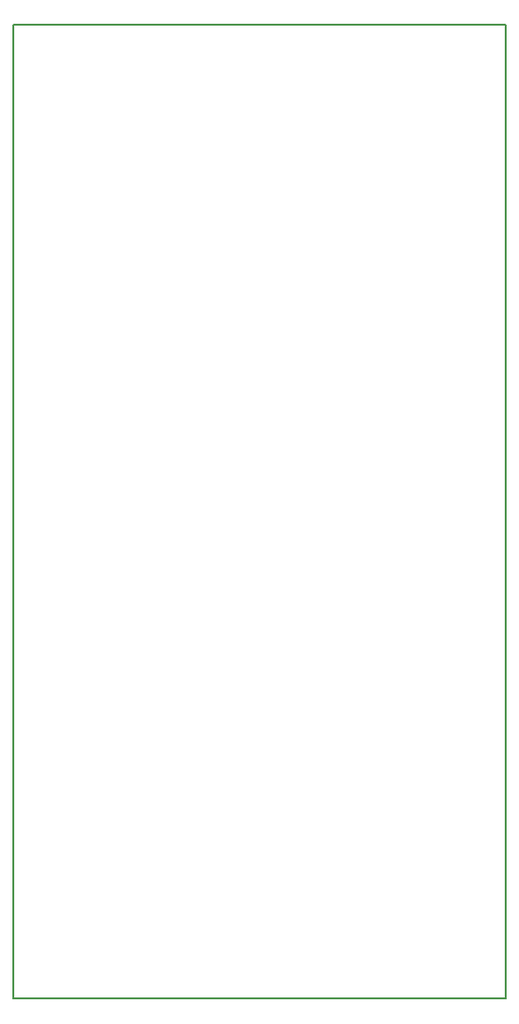
<source format=gbo>
G04 MADE WITH FRITZING*
G04 WWW.FRITZING.ORG*
G04 DOUBLE SIDED*
G04 HOLES PLATED*
G04 CONTOUR ON CENTER OF CONTOUR VECTOR*
%ASAXBY*%
%FSLAX23Y23*%
%MOIN*%
%OFA0B0*%
%SFA1.0B1.0*%
%ADD10R,1.736760X3.424410X1.720760X3.408410*%
%ADD11C,0.008000*%
%LNSILK0*%
G90*
G70*
G54D11*
X4Y3420D02*
X1733Y3420D01*
X1733Y4D01*
X4Y4D01*
X4Y3420D01*
D02*
G04 End of Silk0*
M02*
</source>
